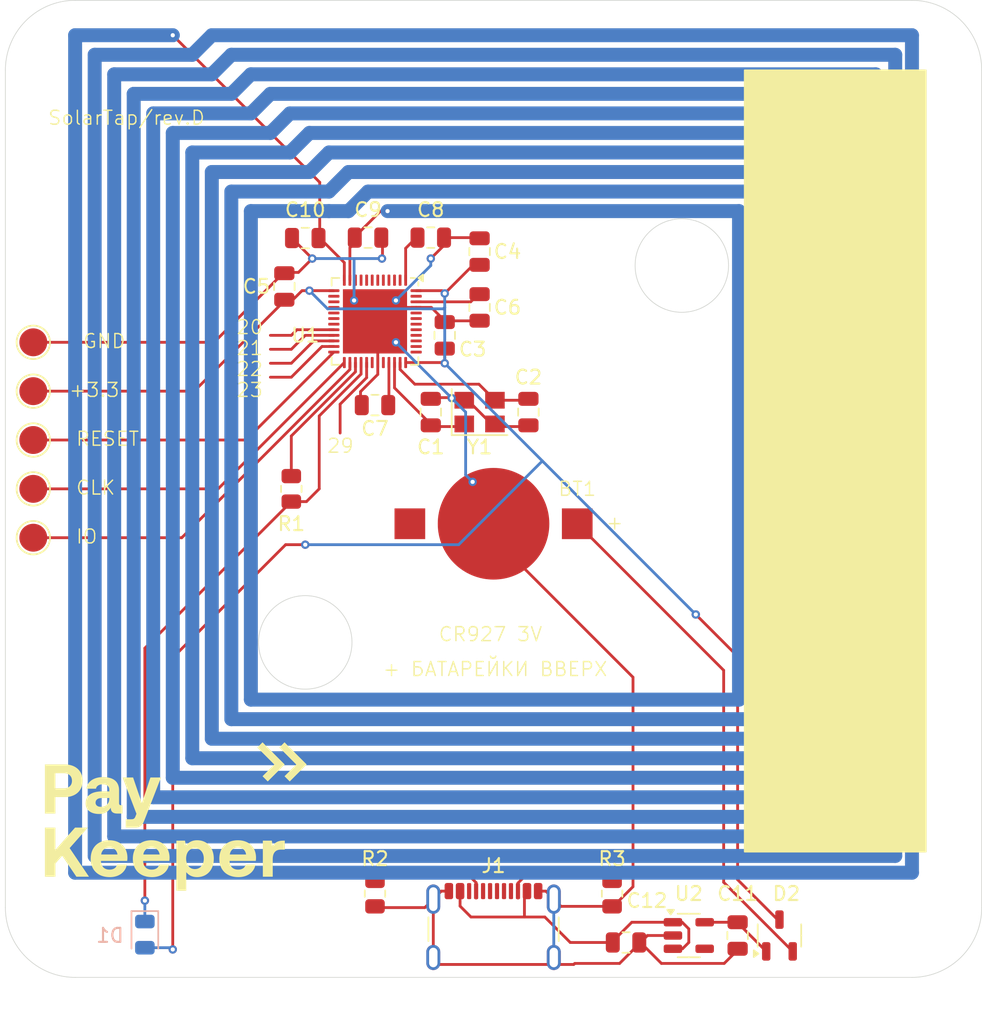
<source format=kicad_pcb>
(kicad_pcb (version 20240108) (generator "pcbnew") (generator_version "8.0")
  (layers (0 "F.Cu" signal) (31 "B.Cu" signal) (34 "B.Paste" user) (35 "F.Paste" user) (36 "B.SilkS" user "B.Silkscreen") (37 "F.SilkS" user "F.Silkscreen") (38 "B.Mask" user) (39 "F.Mask" user) (44 "Edge.Cuts" user))
  (net 0 "")
  (net 2 "+3.3V")
  (net 3 "GND")
  (net 4 "Net-(U1-DEC1)")
  (net 5 "Net-(U1-DEC3)")
  (net 6 "Net-(U1-DEC4)")
  (net 7 "Net-(U1-XC1)")
  (net 8 "Net-(U1-XC2)")
  (net 10 "Net-(U1-NFC1{slash}P0.09)")
  (net 11 "Net-(D1-K)")
  (net 12 "Net-(U1-P0.22)")
  (net 14 "Net-(J1-CC1)")
  (net 18 "Net-(J1-CC2)")
  (net 21 "Net-(U1-P0.21{slash}~{RESET})")
  (net 22 "Net-(U1-SWDCLK)")
  (net 23 "Net-(U1-SWDIO)")
  (net 24 "unconnected-(U1-P0.19-Pad22)")
  (net 25 "unconnected-(U1-P0.18{slash}SWO-Pad21)")
  (net 33 "unconnected-(U1-P0.24-Pad29)")
  (net 35 "unconnected-(U1-P0.17-Pad20)")
  (net 51 "unconnected-(U1-P0.20-Pad23)")
  (net 53 "Net-(U2-EN)")
  (net 55 "Net-(BT1-+)")
  (net 56 "Net-(U2-OUT)")
  (footprint "TestPoint:TestPoint_Pad_D2.0mm" (layer "F.Cu") (at 62 78.5)
    (property "Reference" "TP1" (hide yes))
    (property "Value" "IO")
  )
  (footprint "Capacitor_SMD:C_0805_2012Metric" (layer "F.Cu") (at 80 60.5 90)
    (property "Reference" "C5")
    (property "Value" "100n")
  )
  (footprint "Capacitor_SMD:C_0805_2012Metric" (layer "F.Cu") (at 94 58 90)
    (property "Reference" "C4")
    (property "Value" "4.7u")
  )
  (footprint "Capacitor_SMD:C_0805_2012Metric" (layer "F.Cu") (at 91.5 64 90)
    (property "Reference" "C3")
    (property "Value" "100n")
  )
  (footprint "TestPoint:TestPoint_Pad_D2.0mm" (layer "F.Cu") (at 62 75)
    (property "Reference" "TP2" (hide yes))
    (property "Value" "CLK")
  )
  (footprint "Capacitor_SMD:C_0805_2012Metric" (layer "F.Cu") (at 104.5 107.5)
    (property "Reference" "C12")
    (property "Value" "100n")
  )
  (footprint "TestPoint:TestPoint_Pad_D2.0mm" (layer "F.Cu") (at 62 71.5)
    (property "Reference" "TP3" (hide yes))
    (property "Value" "RESET")
  )
  (footprint "Battery:CR927" (layer "F.Cu") (at 95 77.5)
    (property "Reference" "BT1")
    (property "Value" "CR927")
  )
  (footprint "Resistor_SMD:R_0805_2012Metric" (layer "F.Cu") (at 80.5 75 -90)
    (property "Reference" "R1")
    (property "Value" "75")
  )
  (footprint "Capacitor_SMD:C_0805_2012Metric" (layer "F.Cu") (at 81.5 57.03 180)
    (property "Reference" "C10")
    (property "Value" "TBD")
  )
  (footprint "Capacitor_SMD:C_0805_2012Metric" (layer "F.Cu") (at 90.5 57)
    (property "Reference" "C8")
    (property "Value" "100n")
  )
  (footprint "Capacitor_SMD:C_0805_2012Metric" (layer "F.Cu") (at 112.5 107 -90)
    (property "Reference" "C11")
    (property "Value" "100n")
  )
  (footprint "Connector_USB:USB_C_Receptacle_GCT_USB4105-xx-A_16P_TopMnt_Horizontal" (layer "F.Cu") (at 95 107.5)
    (property "Reference" "J1")
    (property "Value" "USB_C_Receptacle_USB2.0_16P")
  )
  (footprint "Package_DFN_QFN:QFN-48-1EP_6x6mm_P0.4mm_EP4.6x4.6mm" (layer "F.Cu") (at 86.5 63 -90)
    (property "Reference" "U1")
    (property "Value" "nRF52832-QFxx")
  )
  (footprint "TestPoint:TestPoint_Pad_D2.0mm" (layer "F.Cu") (at 62 64.5)
    (property "Reference" "TP4" (hide yes))
    (property "Value" "GND")
  )
  (footprint "Capacitor_SMD:C_0805_2012Metric" (layer "F.Cu") (at 94 62 -90)
    (property "Reference" "C6")
    (property "Value" "1u")
  )
  (footprint "Capacitor_SMD:C_0805_2012Metric" (layer "F.Cu") (at 97.5 69.5 -90)
    (property "Reference" "C2")
    (property "Value" "16p")
  )
  (footprint "Capacitor_SMD:C_0805_2012Metric" (layer "F.Cu") (at 86.5 69 180)
    (property "Reference" "C7")
    (property "Value" "100p")
  )
  (footprint "TestPoint:TestPoint_Pad_D2.0mm" (layer "F.Cu") (at 62 68)
    (property "Reference" "TP5" (hide yes))
    (property "Value" "+3.3")
  )
  (footprint "Crystal:Crystal_SMD_3225-4Pin_3.2x2.5mm" (layer "F.Cu") (at 94 69.5)
    (property "Reference" "Y1")
    (property "Value" "32Mhz")
  )
  (footprint "Resistor_SMD:R_0805_2012Metric" (layer "F.Cu") (at 86.5 104 90)
    (property "Reference" "R2")
    (property "Value" "5.1k")
  )
  (footprint "Capacitor_SMD:C_0805_2012Metric" (layer "F.Cu") (at 86 57 180)
    (property "Reference" "C9")
    (property "Value" "TBD")
  )
  (footprint "Package_TO_SOT_SMD:SOT-23-5" (layer "F.Cu") (at 109 107)
    (property "Reference" "U2")
    (property "Value" "RS3002-3.3SYF5")
  )
  (footprint "Package_TO_SOT_SMD:SOT-23-3" (layer "F.Cu") (at 115.5 107 90)
    (property "Reference" "D2")
    (property "Value" "LBAT54CLT1G")
  )
  (footprint "Resistor_SMD:R_0805_2012Metric" (layer "F.Cu") (at 103.5 104 -90)
    (property "Reference" "R3")
    (property "Value" "5.1k")
  )
  (footprint "Capacitor_SMD:C_0805_2012Metric" (layer "F.Cu") (at 90.5 69.5 90)
    (property "Reference" "C1")
    (property "Value" "16p")
  )
  (footprint "LED_SMD:LED_0805_2012Metric" (layer "B.Cu") (at 70 106.9375 -90)
    (property "Reference" "D1")
    (property "Value" "ACTIVE")
  )
  (gr_poly (pts (xy 70.535888 100.175282) (xy 70.606201 100.17948) (xy 70.674946 100.18643) (xy 70.742075 100.196094) (xy 70.807539 100.208435) (xy 70.871291 100.223415) (xy 70.933284 100.240997) (xy 70.993468 100.261142) (xy 71.051797 100.283812) (xy 71.108222 100.308971) (xy 71.162696 100.33658) (xy 71.21517 100.366602) (xy 71.265597 100.398999) (xy 71.31393 100.433733) (xy 71.360119 100.470766) (xy 71.404117 100.51006) (xy 71.445877 100.551579) (xy 71.485351 100.595284) (xy 71.52249 100.641137) (xy 71.557247 100.689101) (xy 71.589574 100.739138) (xy 71.619423 100.79121) (xy 71.646746 100.845279) (xy 71.671495 100.901309) (xy 71.693623 100.95926) (xy 71.713082 101.019095) (xy 71.729823 101.080777) (xy 71.743799 101.144268) (xy 71.754962 101.209529) (xy 71.763264 101.276524) (xy 71.768657 101.345215) (xy 71.771094 101.415563) (xy 71.770849 101.444282) (xy 71.770073 101.473767) (xy 71.768709 101.503842) (xy 71.766696 101.534328) (xy 71.763976 101.56505) (xy 71.760491 101.595831) (xy 71.75618 101.626494) (xy 71.750986 101.656863) (xy 69.875884 101.656863) (xy 69.875884 101.692054) (xy 69.877943 101.726029) (xy 69.881279 101.759135) (xy 69.885875 101.79136) (xy 69.891712 101.822689) (xy 69.898771 101.853109) (xy 69.907034 101.882606) (xy 69.916482 101.911165) (xy 69.927098 101.938774) (xy 69.938862 101.965417) (xy 69.951757 101.991083) (xy 69.965764 102.015756) (xy 69.980864 102.039423) (xy 69.99704 102.06207) (xy 70.014272 102.083683) (xy 70.032542 102.104249) (xy 70.051832 102.123754) (xy 70.072124 102.142183) (xy 70.093399 102.159524) (xy 70.115639 102.175762) (xy 70.138825 102.190883) (xy 70.162938 102.204874) (xy 70.187962 102.21772) (xy 70.213876 102.229409) (xy 70.240662 102.239926) (xy 70.268303 102.249257) (xy 70.29678 102.257389) (xy 70.326074 102.264308) (xy 70.356168 102.27) (xy 70.387041 102.274451) (xy 70.418677 102.277647) (xy 70.451057 102.279575) (xy 70.484162 102.280221) (xy 70.536874 102.278751) (xy 70.587502 102.274349) (xy 70.635965 102.267032) (xy 70.682182 102.256814) (xy 70.726072 102.243708) (xy 70.767554 102.227731) (xy 70.806547 102.208897) (xy 70.84297 102.18722) (xy 70.876742 102.162716) (xy 70.892608 102.149408) (xy 70.907782 102.135398) (xy 70.922252 102.120689) (xy 70.936009 102.105282) (xy 70.949042 102.08918) (xy 70.961342 102.072383) (xy 70.972898 102.054894) (xy 70.9837 102.036715) (xy 70.993738 102.017847) (xy 71.003002 101.998292) (xy 71.011482 101.978053) (xy 71.019167 101.95713) (xy 71.032114 101.913244) (xy 71.730878 101.913244) (xy 71.722266 101.960069) (xy 71.711527 102.00625) (xy 71.698684 102.051731) (xy 71.683759 102.096458) (xy 71.666776 102.140374) (xy 71.647758 102.183425) (xy 71.626728 102.225556) (xy 71.603708 102.266711) (xy 71.578723 102.306835) (xy 71.551794 102.345873) (xy 71.522945 102.38377) (xy 71.492199 102.420469) (xy 71.459579 102.455917) (xy 71.425108 102.490058) (xy 71.388809 102.522837) (xy 71.350705 102.554198) (xy 71.310818 102.584086) (xy 71.269173 102.612447) (xy 71.225791 102.639224) (xy 71.180697 102.664362) (xy 71.133912 102.687807) (xy 71.085461 102.709503) (xy 71.035366 102.729395) (xy 70.983649 102.747427) (xy 70.930335 102.763545) (xy 70.875445 102.777693) (xy 70.819004 102.789816) (xy 70.761034 102.799858) (xy 70.701558 102.807765) (xy 70.640599 102.813481) (xy 70.57818 102.816952) (xy 70.514324 102.818121) (xy 70.43474 102.816611) (xy 70.357192 102.81211) (xy 70.281711 102.804663) (xy 70.20833 102.794311) (xy 70.13708 102.781098) (xy 70.067995 102.765067) (xy 70.001106 102.746263) (xy 69.936445 102.724727) (xy 69.874045 102.700503) (xy 69.813938 102.673635) (xy 69.756156 102.644165) (xy 69.700732 102.612138) (xy 69.647697 102.577595) (xy 69.597084 102.540581) (xy 69.548925 102.501139) (xy 69.503252 102.459312) (xy 69.460098 102.415143) (xy 69.419494 102.368676) (xy 69.381473 102.319954) (xy 69.346067 102.269019) (xy 69.313309 102.215916) (xy 69.28323 102.160688) (xy 69.255863 102.103377) (xy 69.23124 102.044027) (xy 69.209393 101.982682) (xy 69.190354 101.919385) (xy 69.174156 101.854178) (xy 69.160831 101.787106) (xy 69.150411 101.718211) (xy 69.142928 101.647537) (xy 69.138415 101.575126) (xy 69.136903 101.501023) (xy 69.138442 101.426449) (xy 69.143026 101.353569) (xy 69.15061 101.282426) (xy 69.161145 101.213066) (xy 69.164865 101.194372) (xy 69.890966 101.194372) (xy 71.05725 101.194372) (xy 71.052053 101.165094) (xy 71.045895 101.136647) (xy 71.038787 101.109038) (xy 71.03074 101.082274) (xy 71.021765 101.056359) (xy 71.011873 101.031302) (xy 71.001076 101.007108) (xy 70.989384 100.983784) (xy 70.976808 100.961336) (xy 70.96336 100.939771) (xy 70.94905 100.919095) (xy 70.93389 100.899315) (xy 70.91789 100.880437) (xy 70.901061 100.862467) (xy 70.883416 100.845413) (xy 70.864964 100.82928) (xy 70.845716 100.814074) (xy 70.825685 100.799803) (xy 70.80488 100.786473) (xy 70.783313 100.77409) (xy 70.760995 100.76266) (xy 70.737936 100.752191) (xy 70.714149 100.742688) (xy 70.689644 100.734158) (xy 70.664432 100.726607) (xy 70.638524 100.720042) (xy 70.611931 100.71447) (xy 70.584664 100.709896) (xy 70.556735 100.706328) (xy 70.528153 100.703771) (xy 70.498932 100.702232) (xy 70.46908 100.701717) (xy 70.440556 100.70226) (xy 70.412495 100.703881) (xy 70.384918 100.706568) (xy 70.357846 100.710309) (xy 70.331301 100.715091) (xy 70.305303 100.720904) (xy 70.279875 100.727735) (xy 70.255036 100.735572) (xy 70.230809 100.744403) (xy 70.207214 100.754216) (xy 70.184272 100.764999) (xy 70.162005 100.776741) (xy 70.140435 100.789428) (xy 70.119581 100.803051) (xy 70.099465 100.817595) (xy 70.080109 100.83305) (xy 70.061534 100.849403) (xy 70.04376 100.866643) (xy 70.026809 100.884757) (xy 70.010702 100.903733) (xy 69.995461 100.923561) (xy 69.981105 100.944226) (xy 69.967658 100.965719) (xy 69.955139 100.988025) (xy 69.94357 101.011135) (xy 69.932973 101.035035) (xy 69.923367 101.059714) (xy 69.914775 101.08516) (xy 69.907218 101.111361) (xy 69.900717 101.138304) (xy 69.895292 101.165979) (xy 69.890966 101.194372) (xy 69.164865 101.194372) (xy 69.174586 101.145532) (xy 69.190884 101.079868) (xy 69.209994 101.016119) (xy 69.231868 100.954329) (xy 69.256459 100.894541) (xy 69.283721 100.836801) (xy 69.313606 100.781152) (xy 69.346067 100.727639) (xy 69.381058 100.676305) (xy 69.418531 100.627196) (xy 69.458441 100.580354) (xy 69.500738 100.535824) (xy 69.545378 100.493652) (xy 69.592312 100.453879) (xy 69.641494 100.416552) (xy 69.692877 100.381713) (xy 69.746414 100.349408) (xy 69.802058 100.31968) (xy 69.859762 100.292573) (xy 69.919479 100.268133) (xy 69.981162 100.246402) (xy 70.044764 100.227425) (xy 70.110239 100.211246) (xy 70.177539 100.19791) (xy 70.246618 100.187461) (xy 70.317428 100.179943) (xy 70.389922 100.175399) (xy 70.464054 100.173875)) (stroke (width -0.000001)) (fill solid) (layer "F.SilkS"))
  (gr_poly (pts (xy 67.514346 100.175282) (xy 67.584659 100.17948) (xy 67.653404 100.18643) (xy 67.720533 100.196094) (xy 67.785997 100.208435) (xy 67.84975 100.223415) (xy 67.911742 100.240997) (xy 67.971926 100.261142) (xy 68.030255 100.283812) (xy 68.08668 100.308971) (xy 68.141154 100.33658) (xy 68.193629 100.366602) (xy 68.244056 100.398999) (xy 68.292388 100.433733) (xy 68.338578 100.470766) (xy 68.382576 100.51006) (xy 68.424336 100.551579) (xy 68.46381 100.595284) (xy 68.500949 100.641137) (xy 68.535706 100.689101) (xy 68.568033 100.739138) (xy 68.597882 100.79121) (xy 68.625205 100.845279) (xy 68.649954 100.901309) (xy 68.672082 100.95926) (xy 68.69154 101.019095) (xy 68.708282 101.080777) (xy 68.722258 101.144268) (xy 68.733421 101.209529) (xy 68.741723 101.276524) (xy 68.747117 101.345215) (xy 68.749553 101.415563) (xy 68.749308 101.444282) (xy 68.748532 101.473767) (xy 68.747167 101.503842) (xy 68.745154 101.534328) (xy 68.742435 101.56505) (xy 68.738949 101.595831) (xy 68.734639 101.626494) (xy 68.729445 101.656863) (xy 66.854342 101.656863) (xy 66.854342 101.692054) (xy 66.856401 101.726029) (xy 66.859738 101.759135) (xy 66.864333 101.79136) (xy 66.87017 101.822689) (xy 66.877229 101.853109) (xy 66.885492 101.882606) (xy 66.89494 101.911165) (xy 66.905556 101.938774) (xy 66.91732 101.965417) (xy 66.930215 101.991083) (xy 66.944222 102.015756) (xy 66.959322 102.039423) (xy 66.975498 102.06207) (xy 66.99273 102.083683) (xy 67.011 102.104249) (xy 67.030291 102.123754) (xy 67.050582 102.142183) (xy 67.071857 102.159524) (xy 67.094097 102.175762) (xy 67.117283 102.190883) (xy 67.141396 102.204874) (xy 67.16642 102.21772) (xy 67.192334 102.229409) (xy 67.219121 102.239926) (xy 67.246762 102.249257) (xy 67.275238 102.257389) (xy 67.304533 102.264308) (xy 67.334626 102.27) (xy 67.3655 102.274451) (xy 67.397136 102.277647) (xy 67.429515 102.279575) (xy 67.46262 102.280221) (xy 67.515332 102.278751) (xy 67.56596 102.274349) (xy 67.614423 102.267032) (xy 67.66064 102.256814) (xy 67.70453 102.243708) (xy 67.746012 102.227731) (xy 67.785005 102.208897) (xy 67.821428 102.18722) (xy 67.8552 102.162716) (xy 67.871067 102.149408) (xy 67.88624 102.135398) (xy 67.90071 102.120689) (xy 67.914467 102.105282) (xy 67.9275 102.08918) (xy 67.9398 102.072383) (xy 67.951356 102.054894) (xy 67.962158 102.036715) (xy 67.972196 102.017847) (xy 67.98146 101.998292) (xy 67.98994 101.978053) (xy 67.997625 101.95713) (xy 68.010572 101.913244) (xy 68.709337 101.913244) (xy 68.700725 101.960069) (xy 68.689985 102.00625) (xy 68.677142 102.051731) (xy 68.662217 102.096458) (xy 68.645235 102.140374) (xy 68.626216 102.183425) (xy 68.605186 102.225556) (xy 68.582167 102.266711) (xy 68.557181 102.306835) (xy 68.530253 102.345873) (xy 68.501404 102.38377) (xy 68.470658 102.420469) (xy 68.438038 102.455917) (xy 68.403567 102.490058) (xy 68.367267 102.522837) (xy 68.329163 102.554198) (xy 68.289277 102.584086) (xy 68.247631 102.612447) (xy 68.20425 102.639224) (xy 68.159155 102.664362) (xy 68.112371 102.687807) (xy 68.063919 102.709503) (xy 68.013824 102.729395) (xy 67.962107 102.747427) (xy 67.908793 102.763545) (xy 67.853904 102.777693) (xy 67.797462 102.789816) (xy 67.739492 102.799858) (xy 67.680016 102.807765) (xy 67.619057 102.813481) (xy 67.556638 102.816952) (xy 67.492782 102.818121) (xy 67.413199 102.816611) (xy 67.33565 102.81211) (xy 67.26017 102.804663) (xy 67.186788 102.794311) (xy 67.115539 102.781098) (xy 67.046453 102.765067) (xy 66.979564 102.746263) (xy 66.914904 102.724727) (xy 66.852504 102.700503) (xy 66.792397 102.673635) (xy 66.734615 102.644165) (xy 66.67919 102.612138) (xy 66.626156 102.577595) (xy 66.575542 102.540581) (xy 66.527383 102.501139) (xy 66.48171 102.459312) (xy 66.438556 102.415143) (xy 66.397952 102.368676) (xy 66.359931 102.319954) (xy 66.324526 102.269019) (xy 66.291767 102.215916) (xy 66.261688 102.160688) (xy 66.234321 102.103377) (xy 66.209698 102.044027) (xy 66.187851 101.982682) (xy 66.168812 101.919385) (xy 66.152614 101.854178) (xy 66.139289 101.787106) (xy 66.128869 101.718211) (xy 66.121386 101.647537) (xy 66.116873 101.575126) (xy 66.115362 101.501023) (xy 66.1169 101.426449) (xy 66.121485 101.353569) (xy 66.129068 101.282426) (xy 66.139603 101.213066) (xy 66.143324 101.194372) (xy 66.869424 101.194372) (xy 68.035708 101.194372) (xy 68.03051 101.165094) (xy 68.024352 101.136647) (xy 68.017244 101.109038) (xy 68.009197 101.082274) (xy 68.000223 101.056359) (xy 67.990331 101.031302) (xy 67.979534 101.007108) (xy 67.967842 100.983784) (xy 67.955266 100.961336) (xy 67.941818 100.939771) (xy 67.927508 100.919095) (xy 67.912347 100.899315) (xy 67.896347 100.880437) (xy 67.879519 100.862467) (xy 67.861873 100.845413) (xy 67.843421 100.82928) (xy 67.824174 100.814074) (xy 67.804142 100.799803) (xy 67.783338 100.786473) (xy 67.761771 100.77409) (xy 67.739452 100.76266) (xy 67.716394 100.752191) (xy 67.692607 100.742688) (xy 67.668102 100.734158) (xy 67.64289 100.726607) (xy 67.616982 100.720042) (xy 67.590389 100.71447) (xy 67.563122 100.709896) (xy 67.535193 100.706328) (xy 67.506612 100.703771) (xy 67.47739 100.702232) (xy 67.447538 100.701717) (xy 67.419014 100.70226) (xy 67.390953 100.703881) (xy 67.363376 100.706568) (xy 67.336305 100.710309) (xy 67.30976 100.715091) (xy 67.283762 100.720904) (xy 67.258334 100.727735) (xy 67.233495 100.735572) (xy 67.209268 100.744403) (xy 67.185673 100.754216) (xy 67.162731 100.764999) (xy 67.140465 100.776741) (xy 67.118894 100.789428) (xy 67.09804 100.803051) (xy 67.077925 100.817595) (xy 67.058568 100.83305) (xy 67.039993 100.849403) (xy 67.022219 100.866643) (xy 67.005268 100.884757) (xy 66.989161 100.903733) (xy 66.97392 100.923561) (xy 66.959564 100.944226) (xy 66.946117 100.965719) (xy 66.933598 100.988025) (xy 66.922029 101.011135) (xy 66.911432 101.035035) (xy 66.901826 101.059714) (xy 66.893234 101.08516) (xy 66.885677 101.111361) (xy 66.879175 101.138304) (xy 66.873751 101.165979) (xy 66.869424 101.194372) (xy 66.143324 101.194372) (xy 66.153044 101.145532) (xy 66.169343 101.079868) (xy 66.188452 101.016119) (xy 66.210326 100.954329) (xy 66.234918 100.894541) (xy 66.262179 100.836801) (xy 66.292064 100.781152) (xy 66.324526 100.727639) (xy 66.359517 100.676305) (xy 66.39699 100.627196) (xy 66.436899 100.580354) (xy 66.479197 100.535824) (xy 66.523836 100.493652) (xy 66.570771 100.453879) (xy 66.619953 100.416552) (xy 66.671336 100.381713) (xy 66.724872 100.349408) (xy 66.780516 100.31968) (xy 66.83822 100.292573) (xy 66.897937 100.268133) (xy 66.95962 100.246402) (xy 67.023223 100.227425) (xy 67.088697 100.211246) (xy 67.155997 100.19791) (xy 67.225076 100.187461) (xy 67.295885 100.179943) (xy 67.36838 100.175399) (xy 67.442511 100.173875)) (stroke (width -0.000001)) (fill solid) (layer "F.SilkS"))
  (gr_poly (pts (xy 80.0262 94.747376) (xy 78.810122 95.963454) (xy 78.435949 95.58928) (xy 79.277852 94.747376) (xy 78.061774 93.531298) (xy 78.435949 93.157124)) (stroke (width -0.000001)) (fill solid) (layer "F.SilkS"))
  (gr_poly (pts (xy 81.602297 94.747376) (xy 80.386219 95.963454) (xy 80.012044 95.58928) (xy 80.853924 94.747376) (xy 79.63787 93.531298) (xy 80.012044 93.157124)) (stroke (width -0.000001)) (fill solid) (layer "F.SilkS"))
  (gr_poly (pts (xy 63.586422 100.862583) (xy 64.994005 99.269) (xy 65.908934 99.269) (xy 64.60692 100.736907) (xy 65.994394 102.787957) (xy 65.089519 102.787957) (xy 64.074048 101.289886) (xy 63.586422 101.842866) (xy 63.586422 102.787957) (xy 62.832359 102.787957) (xy 62.832359 99.269) (xy 63.586422 99.269)) (stroke (width -0.000001)) (fill solid) (layer "F.SilkS"))
  (gr_poly (pts (xy 69.784339 97.519575) (xy 70.397643 95.679662) (xy 71.156731 95.679662) (xy 70.010558 98.63056) (xy 69.980675 98.708147) (xy 69.951058 98.780675) (xy 69.921263 98.848152) (xy 69.89085 98.910584) (xy 69.859377 98.96798) (xy 69.826401 99.020345) (xy 69.791482 99.067689) (xy 69.773155 99.08948) (xy 69.754176 99.110018) (xy 69.734491 99.129304) (xy 69.714043 99.147339) (xy 69.692778 99.164125) (xy 69.67064 99.179661) (xy 69.647575 99.193949) (xy 69.623526 99.206989) (xy 69.598439 99.218784) (xy 69.572259 99.229333) (xy 69.544929 99.238637) (xy 69.516396 99.246698) (xy 69.486604 99.253516) (xy 69.455497 99.259093) (xy 69.42302 99.263428) (xy 69.389118 99.266524) (xy 69.353737 99.268381) (xy 69.316819 99.269) (xy 68.628109 99.269) (xy 68.628109 98.670776) (xy 69.020222 98.670776) (xy 69.052773 98.670225) (xy 69.082687 98.668488) (xy 69.110157 98.665441) (xy 69.135374 98.660957) (xy 69.147197 98.658138) (xy 69.158528 98.654913) (xy 69.169392 98.651266) (xy 69.179812 98.647182) (xy 69.189813 98.642645) (xy 69.199417 98.63764) (xy 69.20865 98.63215) (xy 69.217535 98.626161) (xy 69.226096 98.619656) (xy 69.234356 98.61262) (xy 69.242341 98.605037) (xy 69.250073 98.596892) (xy 69.257578 98.588168) (xy 69.264877 98.578852) (xy 69.271997 98.568925) (xy 69.27896 98.558374) (xy 69.292512 98.535334) (xy 69.305725 98.509606) (xy 69.318791 98.481065) (xy 69.331901 98.449586) (xy 69.397253 98.278663) (xy 68.401891 95.679662) (xy 69.155954 95.679662)) (stroke (width -0.000001)) (fill solid) (layer "F.SilkS"))
  (gr_poly (pts (xy 73.806927 100.174928) (xy 73.870648 100.179004) (xy 73.933107 100.18606) (xy 73.99425 100.196055) (xy 74.054019 100.208947) (xy 74.112358 100.224696) (xy 74.169212 100.24326) (xy 74.224524 100.264598) (xy 74.278238 100.288667) (xy 74.330298 100.315427) (xy 74.380647 100.344836) (xy 74.42923 100.376853) (xy 74.475991 100.411436) (xy 74.520873 100.448544) (xy 74.56382 100.488135) (xy 74.604776 100.530169) (xy 74.643685 100.574603) (xy 74.68049 100.621396) (xy 74.715136 100.670507) (xy 74.747567 100.721895) (xy 74.777725 100.775517) (xy 74.805556 100.831333) (xy 74.831003 100.889301) (xy 74.854009 100.94938) (xy 74.87452 101.011528) (xy 74.892477 101.075704) (xy 74.907826 101.141866) (xy 74.92051 101.209973) (xy 74.930473 101.279984) (xy 74.93766 101.351857) (xy 74.942012 101.42555) (xy 74.943476 101.501023) (xy 74.942013 101.575568) (xy 74.937661 101.648365) (xy 74.930478 101.719372) (xy 74.92052 101.788549) (xy 74.907845 101.855856) (xy 74.89251 101.921251) (xy 74.874572 101.984696) (xy 74.854088 102.046148) (xy 74.831115 102.105568) (xy 74.80571 102.162915) (xy 74.77793 102.218148) (xy 74.747832 102.271228) (xy 74.715473 102.322113) (xy 74.680911 102.370763) (xy 74.644202 102.417138) (xy 74.605404 102.461197) (xy 74.564574 102.502899) (xy 74.521767 102.542205) (xy 74.477043 102.579073) (xy 74.430458 102.613463) (xy 74.382068 102.645335) (xy 74.331931 102.674647) (xy 74.280104 102.70136) (xy 74.226644 102.725434) (xy 74.171609 102.746826) (xy 74.115054 102.765498) (xy 74.057038 102.781408) (xy 73.997617 102.794517) (xy 73.936848 102.804783) (xy 73.874789 102.812166) (xy 73.811497 102.816625) (xy 73.747028 102.818121) (xy 73.681281 102.816432) (xy 73.617876 102.811444) (xy 73.556797 102.803275) (xy 73.498031 102.792042) (xy 73.441563 102.777864) (xy 73.387377 102.760859) (xy 73.335459 102.741143) (xy 73.285795 102.718835) (xy 73.238369 102.694053) (xy 73.193167 102.666915) (xy 73.150174 102.637538) (xy 73.109376 102.60604) (xy 73.070757 102.572539) (xy 73.034303 102.537153) (xy 73 102.5) (xy 72.967832 102.461198) (xy 72.967832 103.793374) (xy 72.259012 103.793374) (xy 72.259012 101.490969) (xy 72.957778 101.490969) (xy 72.960582 101.572284) (xy 72.968902 101.650167) (xy 72.982598 101.724368) (xy 72.991418 101.76001) (xy 73.001529 101.794637) (xy 73.012914 101.828218) (xy 73.025556 101.860723) (xy 73.039437 101.892119) (xy 73.054539 101.922376) (xy 73.070846 101.951462) (xy 73.088338 101.979345) (xy 73.107 102.005996) (xy 73.126813 102.031381) (xy 73.147761 102.055471) (xy 73.169825 102.078233) (xy 73.192988 102.099636) (xy 73.217232 102.11965) (xy 73.242541 102.138242) (xy 73.268896 102.155382) (xy 73.29628 102.171037) (xy 73.324676 102.185178) (xy 73.354067 102.197773) (xy 73.384433 102.208789) (xy 73.415759 102.218197) (xy 73.448027 102.225964) (xy 73.481218 102.23206) (xy 73.515317 102.236453) (xy 73.550304 102.239112) (xy 73.586164 102.240005) (xy 73.622052 102.239112) (xy 73.657123 102.236453) (xy 73.691357 102.23206) (xy 73.724732 102.225964) (xy 73.757228 102.218197) (xy 73.788822 102.208789) (xy 73.819493 102.197773) (xy 73.849221 102.185178) (xy 73.877985 102.171037) (xy 73.905762 102.155382) (xy 73.932533 102.138242) (xy 73.958275 102.11965) (xy 73.982968 102.099636) (xy 74.006591 102.078233) (xy 74.029122 102.055471) (xy 74.05054 102.031381) (xy 74.070824 102.005996) (xy 74.089953 101.979345) (xy 74.107905 101.951462) (xy 74.12466 101.922376) (xy 74.140196 101.892119) (xy 74.154492 101.860723) (xy 74.167527 101.828218) (xy 74.17928 101.794637) (xy 74.18973 101.76001) (xy 74.198854 101.724368) (xy 74.206634 101.687743) (xy 74.213046 101.650167) (xy 74.21807 101.61167) (xy 74.221685 101.572284) (xy 74.223869 101.53204) (xy 74.224602 101.490969) (xy 74.223869 101.45037) (xy 74.221685 101.410596) (xy 74.21807 101.371679) (xy 74.213046 101.333647) (xy 74.206634 101.296533) (xy 74.198854 101.260366) (xy 74.18973 101.225176) (xy 74.17928 101.190994) (xy 74.167527 101.157851) (xy 74.154492 101.125776) (xy 74.140196 101.0948) (xy 74.12466 101.064954) (xy 74.107905 101.036267) (xy 74.089953 101.008771) (xy 74.070824 100.982495) (xy 74.05054 100.95747) (xy 74.029122 100.933727) (xy 74.006591 100.911295) (xy 73.982968 100.890205) (xy 73.958275 100.870488) (xy 73.932533 100.852173) (xy 73.905762 100.835292) (xy 73.877985 100.819874) (xy 73.849221 100.80595) (xy 73.819493 100.793551) (xy 73.788822 100.782706) (xy 73.757228 100.773446) (xy 73.724732 100.765802) (xy 73.691357 100.759804) (xy 73.657123 100.755482) (xy 73.622052 100.752866) (xy 73.586164 100.751988) (xy 73.550304 100.752866) (xy 73.515317 100.755482) (xy 73.481218 100.759804) (xy 73.448027 100.765802) (xy 73.415759 100.773446) (xy 73.384433 100.782706) (xy 73.354067 100.793551) (xy 73.324676 100.80595) (xy 73.29628 100.819874) (xy 73.268896 100.835292) (xy 73.242541 100.852173) (xy 73.217232 100.870488) (xy 73.192988 100.890205) (xy 73.169825 100.911295) (xy 73.147761 100.933727) (xy 73.126813 100.95747) (xy 73.107 100.982495) (xy 73.088338 101.008771) (xy 73.070846 101.036267) (xy 73.054539 101.064954) (xy 73.039437 101.0948) (xy 73.025556 101.125776) (xy 73.012914 101.157851) (xy 73.001529 101.190994) (xy 72.991418 101.225176) (xy 72.982598 101.260366) (xy 72.975087 101.296533) (xy 72.968902 101.333647) (xy 72.964062 101.371679) (xy 72.960582 101.410596) (xy 72.958482 101.45037) (xy 72.957778 101.490969) (xy 72.259012 101.490969) (xy 72.259012 100.204037) (xy 72.877344 100.204037) (xy 72.947724 100.56096) (xy 72.97995 100.520161) (xy 73.01443 100.480821) (xy 73.051178 100.4431) (xy 73.090209 100.407162) (xy 73.131538 100.373168) (xy 73.175179 100.34128) (xy 73.221146 100.31166) (xy 73.269456 100.28447) (xy 73.294494 100.271837) (xy 73.320122 100.259872) (xy 73.346343 100.248596) (xy 73.373159 100.238028) (xy 73.400572 100.22819) (xy 73.428582 100.219101) (xy 73.457193 100.210781) (xy 73.486406 100.203252) (xy 73.516223 100.196532) (xy 73.546645 100.190642) (xy 73.577675 100.185603) (xy 73.609314 100.181435) (xy 73.641565 100.178158) (xy 73.674428 100.175792) (xy 73.707907 100.174357) (xy 73.742002 100.173875)) (stroke (width -0.000001)) (fill solid) (layer "F.SilkS"))
  (gr_poly (pts (xy 76.73608 100.175282) (xy 76.806394 100.17948) (xy 76.875139 100.18643) (xy 76.942267 100.196094) (xy 77.007731 100.208435) (xy 77.071484 100.223415) (xy 77.133476 100.240997) (xy 77.19366 100.261142) (xy 77.251989 100.283812) (xy 77.308414 100.308971) (xy 77.362888 100.33658) (xy 77.415363 100.366602) (xy 77.46579 100.398999) (xy 77.514122 100.433733) (xy 77.560312 100.470766) (xy 77.604311 100.51006) (xy 77.646071 100.551579) (xy 77.685544 100.595284) (xy 77.722683 100.641137) (xy 77.75744 100.689101) (xy 77.789767 100.739138) (xy 77.819616 100.79121) (xy 77.846939 100.845279) (xy 77.871689 100.901309) (xy 77.893817 100.95926) (xy 77.913275 101.019095) (xy 77.930016 101.080777) (xy 77.943993 101.144268) (xy 77.955156 101.209529) (xy 77.963458 101.276524) (xy 77.968851 101.345215) (xy 77.971288 101.415563) (xy 77.971043 101.444282) (xy 77.970267 101.473767) (xy 77.968902 101.503842) (xy 77.966889 101.534328) (xy 77.964169 101.56505) (xy 77.960684 101.595831) (xy 77.956374 101.626494) (xy 77.95118 101.656863) (xy 76.076078 101.656863) (xy 76.076078 101.692054) (xy 76.078137 101.726029) (xy 76.081473 101.759135) (xy 76.086069 101.79136) (xy 76.091905 101.822689) (xy 76.098964 101.853109) (xy 76.107227 101.882606) (xy 76.116676 101.911165) (xy 76.127291 101.938774) (xy 76.139056 101.965417) (xy 76.15195 101.991083) (xy 76.165957 102.015756) (xy 76.181057 102.039423) (xy 76.197233 102.06207) (xy 76.214465 102.083683) (xy 76.232735 102.104249) (xy 76.252026 102.123754) (xy 76.272317 102.142183) (xy 76.293592 102.159524) (xy 76.315832 102.175762) (xy 76.339017 102.190883) (xy 76.363131 102.204874) (xy 76.388154 102.21772) (xy 76.414068 102.229409) (xy 76.440855 102.239926) (xy 76.468496 102.249257) (xy 76.496973 102.257389) (xy 76.526267 102.264308) (xy 76.55636 102.27) (xy 76.587234 102.274451) (xy 76.61887 102.277647) (xy 76.651249 102.279575) (xy 76.684354 102.280221) (xy 76.737067 102.278751) (xy 76.787695 102.274349) (xy 76.83616 102.267032) (xy 76.882379 102.256814) (xy 76.926271 102.243708) (xy 76.967755 102.227731) (xy 77.00675 102.208897) (xy 77.043175 102.18722) (xy 77.07695 102.162716) (xy 77.092818 102.149408) (xy 77.107992 102.135398) (xy 77.122463 102.120689) (xy 77.136221 102.105282) (xy 77.149256 102.08918) (xy 77.161556 102.072383) (xy 77.173113 102.054894) (xy 77.183916 102.036715) (xy 77.193955 102.017847) (xy 77.203219 101.998292) (xy 77.211699 101.978053) (xy 77.219385 101.95713) (xy 77.232332 101.913244) (xy 77.93107 101.913244) (xy 77.922459 101.960069) (xy 77.91172 102.00625) (xy 77.898876 102.051731) (xy 77.883952 102.096458) (xy 77.866969 102.140374) (xy 77.847951 102.183425) (xy 77.826921 102.225556) (xy 77.803901 102.266711) (xy 77.778916 102.306835) (xy 77.751987 102.345873) (xy 77.723138 102.38377) (xy 77.692392 102.420469) (xy 77.659772 102.455917) (xy 77.625301 102.490058) (xy 77.589002 102.522837) (xy 77.550898 102.554198) (xy 77.511011 102.584086) (xy 77.469366 102.612447) (xy 77.425984 102.639224) (xy 77.38089 102.664362) (xy 77.334106 102.687807) (xy 77.285654 102.709503) (xy 77.235559 102.729395) (xy 77.183842 102.747427) (xy 77.130528 102.763545) (xy 77.075639 102.777693) (xy 77.019197 102.789816) (xy 76.961227 102.799858) (xy 76.901751 102.807765) (xy 76.840792 102.813481) (xy 76.778373 102.816952) (xy 76.714518 102.818121) (xy 76.634934 102.816611) (xy 76.557386 102.81211) (xy 76.481905 102.804663) (xy 76.408523 102.794311) (xy 76.337274 102.781098) (xy 76.268188 102.765067) (xy 76.201299 102.746263) (xy 76.136639 102.724727) (xy 76.074239 102.700503) (xy 76.014132 102.673635) (xy 75.95635 102.644165) (xy 75.900925 102.612138) (xy 75.84789 102.577595) (xy 75.797277 102.540581) (xy 75.749118 102.501139) (xy 75.703445 102.459312) (xy 75.660291 102.415143) (xy 75.619687 102.368676) (xy 75.581666 102.319954) (xy 75.54626 102.269019) (xy 75.513502 102.215916) (xy 75.483423 102.160688) (xy 75.456056 102.103377) (xy 75.431433 102.044027) (xy 75.409586 101.982682) (xy 75.390547 101.919385) (xy 75.374349 101.854178) (xy 75.361024 101.787106) (xy 75.350604 101.718211) (xy 75.343121 101.647537) (xy 75.338608 101.575126) (xy 75.337096 101.501023) (xy 75.338635 101.426449) (xy 75.343219 101.353569) (xy 75.350803 101.282426) (xy 75.361338 101.213066) (xy 75.365058 101.194372) (xy 76.09116 101.194372) (xy 77.257441 101.194372) (xy 77.252244 101.165094) (xy 77.246086 101.136647) (xy 77.238978 101.109038) (xy 77.230931 101.082274) (xy 77.221956 101.056359) (xy 77.212065 101.031302) (xy 77.201268 101.007108) (xy 77.189576 100.983784) (xy 77.177 100.961336) (xy 77.163552 100.939771) (xy 77.149242 100.919095) (xy 77.134082 100.899315) (xy 77.118082 100.880437) (xy 77.101253 100.862467) (xy 77.083608 100.845413) (xy 77.065156 100.82928) (xy 77.045908 100.814074) (xy 77.025877 100.799803) (xy 77.005072 100.786473) (xy 76.983505 100.77409) (xy 76.961187 100.76266) (xy 76.938129 100.752191) (xy 76.914341 100.742688) (xy 76.889836 100.734158) (xy 76.864624 100.726607) (xy 76.838716 100.720042) (xy 76.812123 100.71447) (xy 76.784856 100.709896) (xy 76.756927 100.706328) (xy 76.728346 100.703771) (xy 76.699124 100.702232) (xy 76.669272 100.701717) (xy 76.640748 100.70226) (xy 76.612687 100.703881) (xy 76.58511 100.706568) (xy 76.558039 100.710309) (xy 76.531493 100.715091) (xy 76.505496 100.720904) (xy 76.480067 100.727735) (xy 76.455229 100.735572) (xy 76.431002 100.744403) (xy 76.407407 100.754216) (xy 76.384465 100.764999) (xy 76.362198 100.776741) (xy 76.340628 100.789428) (xy 76.319774 100.803051) (xy 76.299658 100.817595) (xy 76.280302 100.83305) (xy 76.261727 100.849403) (xy 76.243953 100.866643) (xy 76.227002 100.884757) (xy 76.210895 100.903733) (xy 76.195654 100.923561) (xy 76.181299 100.944226) (xy 76.167851 100.965719) (xy 76.155332 100.988025) (xy 76.143764 101.011135) (xy 76.133166 101.035035) (xy 76.123561 101.059714) (xy 76.114969 101.08516) (xy 76.107412 101.111361) (xy 76.10091 101.138304) (xy 76.095486 101.165979) (xy 76.09116 101.194372) (xy 75.365058 101.194372) (xy 75.374778 101.145532) (xy 75.391077 101.079868) (xy 75.410187 101.016119) (xy 75.432061 100.954329) (xy 75.456652 100.894541) (xy 75.483914 100.836801) (xy 75.513798 100.781152) (xy 75.54626 100.727639) (xy 75.581251 100.676305) (xy 75.618724 100.627196) (xy 75.658633 100.580354) (xy 75.700931 100.535824) (xy 75.74557 100.493652) (xy 75.792505 100.453879) (xy 75.841687 100.416552) (xy 75.893069 100.381713) (xy 75.946606 100.349408) (xy 76.00225 100.31968) (xy 76.059954 100.292573) (xy 76.119671 100.268133) (xy 76.181354 100.246402) (xy 76.244957 100.227425) (xy 76.310431 100.211246) (xy 76.377732 100.19791) (xy 76.44681 100.187461) (xy 76.51762 100.179943) (xy 76.590114 100.175399) (xy 76.664246 100.173875)) (stroke (width -0.000001)) (fill solid) (layer "F.SilkS"))
  (gr_poly (pts (xy 67.140944 95.653264) (xy 67.265705 95.664532) (xy 67.382956 95.683267) (xy 67.492533 95.709432) (xy 67.544393 95.725289) (xy 67.594275 95.74299) (xy 67.642157 95.76253) (xy 67.68802 95.783905) (xy 67.731842 95.80711) (xy 67.773605 95.83214) (xy 67.813288 95.85899) (xy 67.85087 95.887657) (xy 67.886331 95.918136) (xy 67.919651 95.950421) (xy 67.95081 95.984508) (xy 67.979787 96.020394) (xy 68.006562 96.058072) (xy 68.031116 96.097539) (xy 68.053427 96.13879) (xy 68.073475 96.18182) (xy 68.091241 96.226625) (xy 68.106704 96.2732) (xy 68.119843 96.32154) (xy 68.130639 96.371642) (xy 68.139071 96.423499) (xy 68.145119 96.477109) (xy 68.148762 96.532465) (xy 68.149981 96.589564) (xy 68.149981 97.504493) (xy 68.150143 97.516896) (xy 68.150629 97.528668) (xy 68.151439 97.539822) (xy 68.152574 97.550375) (xy 68.154032 97.560343) (xy 68.155814 97.569741) (xy 68.15792 97.578585) (xy 68.16035 97.58689) (xy 68.163104 97.594673) (xy 68.166182 97.601948) (xy 68.169584 97.608732) (xy 68.17331 97.61504) (xy 68.17736 97.620888) (xy 68.181734 97.626291) (xy 68.186433 97.631265) (xy 68.191455 97.635826) (xy 68.196801 97.639989) (xy 68.202471 97.64377) (xy 68.208465 97.647185) (xy 68.214784 97.65025) (xy 68.221426 97.652979) (xy 68.228392 97.655388) (xy 68.235682 97.657494) (xy 68.243297 97.659312) (xy 68.259497 97.662146) (xy 68.276994 97.664015) (xy 68.295786 97.665045) (xy 68.315875 97.66536) (xy 68.396309 97.66536) (xy 68.396309 98.263583) (xy 68.034358 98.263583) (xy 68.000686 98.26307) (xy 67.968463 98.261547) (xy 67.937665 98.25903) (xy 67.908269 98.255541) (xy 67.880249 98.251099) (xy 67.853582 98.245721) (xy 67.828244 98.239429) (xy 67.804212 98.232242) (xy 67.781461 98.224178) (xy 67.759967 98.215257) (xy 67.739707 98.205498) (xy 67.720656 98.194921) (xy 67.702791 98.183546) (xy 67.686088 98.17139) (xy 67.670522 98.158474) (xy 67.65607 98.144817) (xy 67.642708 98.130439) (xy 67.630412 98.115358) (xy 67.619158 98.099594) (xy 67.608922 98.083167) (xy 67.59968 98.066095) (xy 67.591408 98.048398) (xy 67.584082 98.030095) (xy 67.577679 98.011206) (xy 67.572174 97.99175) (xy 67.567544 97.971747) (xy 67.560811 97.930174) (xy 67.557289 97.886642) (xy 67.556785 97.841306) (xy 67.521895 97.893609) (xy 67.485031 97.943017) (xy 67.446106 97.989465) (xy 67.425842 98.011558) (xy 67.40503 98.032886) (xy 67.383658 98.053441) (xy 67.361716 98.073214) (xy 67.339191 98.092198) (xy 67.316074 98.110384) (xy 67.292353 98.127763) (xy 67.268017 98.144328) (xy 67.243056 98.160069) (xy 67.217457 98.17498) (xy 67.19121 98.189051) (xy 67.164304 98.202274) (xy 67.136728 98.214641) (xy 67.108471 98.226144) (xy 67.079522 98.236774) (xy 67.049869 98.246524) (xy 67.019503 98.255384) (xy 66.98841 98.263347) (xy 66.956582 98.270404) (xy 66.924006 98.276546) (xy 66.890671 98.281767) (xy 66.856567 98.286057) (xy 66.821683 98.289408) (xy 66.786006 98.291812) (xy 66.749528 98.29326) (xy 66.712235 98.293745) (xy 66.609495 98.290632) (xy 66.510769 98.281334) (xy 66.416416 98.265909) (xy 66.326799 98.244417) (xy 66.242278 98.216915) (xy 66.163213 98.183463) (xy 66.125839 98.164524) (xy 66.089966 98.14412) (xy 66.055636 98.122258) (xy 66.022896 98.098945) (xy 65.991792 98.074189) (xy 65.962367 98.047997) (xy 65.934667 98.020376) (xy 65.908737 97.991334) (xy 65.884622 97.960878) (xy 65.862368 97.929016) (xy 65.842019 97.895755) (xy 65.82362 97.861101) (xy 65.807217 97.825064) (xy 65.792855 97.787649) (xy 65.780579 97.748865) (xy 65.770433 97.708718) (xy 65.762464 97.667216) (xy 65.756715 97.624367) (xy 65.753233 97.580177) (xy 65.752063 97.534655) (xy 65.753259 97.484383) (xy 66.465908 97.484383) (xy 66.466333 97.501157) (xy 66.467603 97.517538) (xy 66.469706 97.533519) (xy 66.472633 97.549088) (xy 66.476374 97.564238) (xy 66.480919 97.578959) (xy 66.486257 97.593241) (xy 66.492379 97.607077) (xy 66.499273 97.620455) (xy 66.506931 97.633368) (xy 66.515341 97.645806) (xy 66.524495 97.65776) (xy 66.534381 97.66922) (xy 66.54499 97.680178) (xy 66.556311 97.690624) (xy 66.568335 97.700549) (xy 66.58105 97.709944) (xy 66.594448 97.718799) (xy 66.608518 97.727106) (xy 66.62325 97.734855) (xy 66.638633 97.742037) (xy 66.654658 97.748643) (xy 66.671314 97.754663) (xy 66.688592 97.760089) (xy 66.706481 97.76491) (xy 66.724971 97.769119) (xy 66.744052 97.772706) (xy 66.763714 97.775661) (xy 66.783946 97.777975) (xy 66.804739 97.77964) (xy 66.826083 97.780645) (xy 66.847966 97.780982) (xy 66.882412 97.780308) (xy 66.91599 97.778299) (xy 66.948687 97.774976) (xy 66.980487 97.770359) (xy 67.011378 97.764467) (xy 67.041346 97.757322) (xy 67.070377 97.748944) (xy 67.098457 97.739352) (xy 67.125572 97.728567) (xy 67.151709 97.71661) (xy 67.176853 97.7035) (xy 67.200991 97.689258) (xy 67.22411 97.673904) (xy 67.246195 97.657458) (xy 67.267232 97.639941) (xy 67.287208 97.621372) (xy 67.306109 97.601773) (xy 67.323921 97.581163) (xy 67.34063 97.559563) (xy 67.356222 97.536992) (xy 67.370685 97.513472) (xy 67.384003 97.489021) (xy 67.396163 97.463661) (xy 67.407151 97.437413) (xy 67.416954 97.410295) (xy 67.425557 97.382328) (xy 67.432947 97.353533) (xy 67.43911 97.32393) (xy 67.444033 97.293539) (xy 67.4477 97.26238) (xy 67.4501 97.230474) (xy 67.451217 97.19784) (xy 67.451217 97.14757) (xy 66.933427 97.14757) (xy 66.879299 97.148978) (xy 66.828182 97.153176) (xy 66.780144 97.160129) (xy 66.73525 97.169799) (xy 66.693567 97.18215) (xy 66.65516 97.197144) (xy 66.637207 97.205621) (xy 66.620097 97.214745) (xy 66.60384 97.224511) (xy 66.588443 97.234915) (xy 66.573916 97.245953) (xy 66.560265 97.257619) (xy 66.5475 97.26991) (xy 66.535629 97.28282) (xy 66.52466 97.296345) (xy 66.514602 97.31048) (xy 66.505462 97.325221) (xy 66.497249 97.340562) (xy 66.489971 97.356501) (xy 66.483636 97.373031) (xy 66.478254 97.390148) (xy 66.473831 97.407848) (xy 66.470377 97.426127) (xy 66.4679 97.444978) (xy 66.466407 97.464399) (xy 66.465908 97.484383) (xy 65.753259 97.484383) (xy 65.753269 97.483979) (xy 65.756881 97.434701) (xy 65.76289 97.386835) (xy 65.771287 97.340396) (xy 65.782063 97.295395) (xy 65.795208 97.251848) (xy 65.810713 97.209769) (xy 65.828569 97.16917) (xy 65.848766 97.130067) (xy 65.871296 97.092472) (xy 65.89615 97.056399) (xy 65.923317 97.021863) (xy 65.95279 96.988877) (xy 65.984558 96.957455) (xy 66.018612 96.92761) (xy 66.054944 96.899357) (xy 66.093544 96.87271) (xy 66.134403 96.847681) (xy 66.177511 96.824286) (xy 66.22286 96.802537) (xy 66.270441 96.782449) (xy 66.320243 96.764035) (xy 66.372258 96.747309) (xy 66.426477 96.732285) (xy 66.48289 96.718977) (xy 66.541489 96.707399) (xy 66.602263 96.697564) (xy 66.665205 96.689486) (xy 66.730304 96.68318) (xy 66.797551 96.678658) (xy 66.866938 96.675935) (xy 66.938454 96.675024) (xy 67.451217 96.675024) (xy 67.451217 96.549347) (xy 67.450732 96.527905) (xy 67.449281 96.506948) (xy 67.446871 96.486488) (xy 67.443509 96.466537) (xy 67.4392 96.44711) (xy 67.433952 96.428218) (xy 67.42777 96.409875) (xy 67.420661 96.392093) (xy 67.412632 96.374886) (xy 67.403689 96.358266) (xy 67.393838 96.342246) (xy 67.383086 96.326839) (xy 67.371439 96.312059) (xy 67.358904 96.297916) (xy 67.345487 96.284426) (xy 67.331195 96.2716) (xy 67.316034 96.259452) (xy 67.30001 96.247994) (xy 67.28313 96.237239) (xy 67.265401 96.227201) (xy 67.246828 96.217891) (xy 67.227419 96.209324) (xy 67.20718 96.201511) (xy 67.186116 96.194466) (xy 67.164236 96.188201) (xy 67.141544 96.18273) (xy 67.118048 96.178066) (xy 67.093754 96.17422) (xy 67.068668 96.171207) (xy 67.042797 96.169038) (xy 67.016147 96.167728) (xy 66.988725 96.167288) (xy 66.937959 96.168746) (xy 66.88941 96.173062) (xy 66.843174 96.180146) (xy 66.799345 96.18991) (xy 66.75802 96.202267) (xy 66.719295 96.217127) (xy 66.683264 96.234403) (xy 66.650025 96.254006) (xy 66.619672 96.275847) (xy 66.592302 96.299838) (xy 66.568009 96.325892) (xy 66.557048 96.339664) (xy 66.546891 96.353919) (xy 66.537552 96.368645) (xy 66.529042 96.383831) (xy 66.521374 96.399466) (xy 66.514559 96.41554) (xy 66.508609 96.43204) (xy 66.503536 96.448957) (xy 66.499353 96.466279) (xy 66.496071 96.483994) (xy 65.812388 96.483994) (xy 65.818302 96.437371) (xy 65.826597 96.391779) (xy 65.837238 96.347247) (xy 65.850189 96.303805) (xy 65.865415 96.261482) (xy 65.882882 96.220308) (xy 65.902554 96.180312) (xy 65.924397 96.141524) (xy 65.948376 96.103974) (xy 65.974455 96.067689) (xy 66.002599 96.032701) (xy 66.032774 95.999038) (xy 66.064945 95.96673) (xy 66.099076 95.935807) (xy 66.135133 95.906298) (xy 66.173081 95.878231) (xy 66.212884 95.851638) (xy 66.254508 95.826547) (xy 66.297918 95.802987) (xy 66.343079 95.780989) (xy 66.389955 95.760581) (xy 66.438512 95.741793) (xy 66.488715 95.724655) (xy 66.540529 95.709196) (xy 66.593919 95.695445) (xy 66.648849 95.683432) (xy 66.705286 95.673187) (xy 66.763193 95.664738) (xy 66.822537 95.658115) (xy 66.883281 95.653348) (xy 66.945392 95.650467) (xy 67.008833 95.6495)) (stroke (width -0.000001)) (fill solid) (layer "F.SilkS"))
  (gr_poly (pts (xy 79.168024 100.59112) (xy 79.195158 100.548665) (xy 79.223911 100.508095) (xy 79.254491 100.469528) (xy 79.287103 100.433082) (xy 79.304236 100.415691) (xy 79.321954 100.398874) (xy 79.340283 100.382647) (xy 79.35925 100.367023) (xy 79.378879 100.352018) (xy 79.399197 100.337646) (xy 79.420228 100.323922) (xy 79.442 100.310861) (xy 79.464538 100.298478) (xy 79.487868 100.286787) (xy 79.512015 100.275802) (xy 79.537005 100.265539) (xy 79.562864 100.256013) (xy 79.589617 100.247238) (xy 79.617292 100.239229) (xy 79.645912 100.232) (xy 79.675505 100.225566) (xy 79.706095 100.219943) (xy 79.737709 100.215144) (xy 79.770372 100.211185) (xy 79.80411 100.20808) (xy 79.838949 100.205843) (xy 79.874915 100.204491) (xy 79.912034 100.204037) (xy 80.032683 100.204037) (xy 80.032683 100.847503) (xy 79.751166 100.847503) (xy 79.712341 100.848323) (xy 79.675028 100.85076) (xy 79.639211 100.854785) (xy 79.60487 100.860365) (xy 79.571987 100.86747) (xy 79.540544 100.876068) (xy 79.510522 100.886127) (xy 79.481902 100.897617) (xy 79.454668 100.910506) (xy 79.428799 100.924763) (xy 79.404278 100.940356) (xy 79.381086 100.957254) (xy 79.359205 100.975427) (xy 79.338616 100.994842) (xy 79.319301 101.015469) (xy 79.301242 101.037275) (xy 79.284419 101.060231) (xy 79.268816 101.084304) (xy 79.254413 101.109463) (xy 79.241192 101.135677) (xy 79.229134 101.162914) (xy 79.218221 101.191144) (xy 79.208435 101.220334) (xy 79.199758 101.250455) (xy 79.19217 101.281474) (xy 79.185653 101.31336) (xy 79.175761 101.379607) (xy 79.169934 101.448948) (xy 79.168024 101.521131) (xy 79.168024 102.787957) (xy 78.459206 102.787957) (xy 78.459206 100.204037) (xy 79.102672 100.204037)) (stroke (width -0.000001)) (fill solid) (layer "F.SilkS"))
  (gr_rect (start 113 45) (end 126 101) (stroke (width 0.1)) (fill solid) (layer "F.SilkS"))
  (gr_poly (pts (xy 64.335955 94.745959) (xy 64.405284 94.749936) (xy 64.473018 94.756521) (xy 64.539113 94.765675) (xy 64.603521 94.777363) (xy 64.666196 94.791547) (xy 64.727093 94.808191) (xy 64.786166 94.827257) (xy 64.843369 94.848709) (xy 64.898655 94.872511) (xy 64.951978 94.898624) (xy 65.003293 94.927013) (xy 65.052554 94.957641) (xy 65.099713 94.99047) (xy 65.144727 95.025465) (xy 65.187548 95.062587) (xy 65.22813 95.101801) (xy 65.266427 95.14307) (xy 65.302394 95.186356) (xy 65.335984 95.231623) (xy 65.367151 95.278834) (xy 65.39585 95.327952) (xy 65.422034 95.378941) (xy 65.445657 95.431764) (xy 65.466673 95.486383) (xy 65.485036 95.542762) (xy 65.500701 95.600864) (xy 65.513621 95.660653) (xy 65.523749 95.722091) (xy 65.531041 95.785142) (xy 65.53545 95.849768) (xy 65.53693 95.915934) (xy 65.53545 95.981643) (xy 65.531041 96.045842) (xy 65.523749 96.108492) (xy 65.513621 96.169556) (xy 65.500701 96.228997) (xy 65.485036 96.286776) (xy 65.466673 96.342856) (xy 65.445657 96.397199) (xy 65.422034 96.449767) (xy 65.39585 96.500523) (xy 65.367151 96.549429) (xy 65.335984 96.596446) (xy 65.302394 96.641538) (xy 65.266427 96.684667) (xy 65.22813 96.725795) (xy 65.187548 96.764883) (xy 65.144727 96.801895) (xy 65.099713 96.836793) (xy 65.052554 96.869538) (xy 65.003293 96.900094) (xy 64.951978 96.928422) (xy 64.898655 96.954485) (xy 64.843369 96.978245) (xy 64.786166 96.999664) (xy 64.727093 97.018704) (xy 64.666196 97.035329) (xy 64.603521 97.049499) (xy 64.539113 97.061177) (xy 64.473018 97.070326) (xy 64.405284 97.076908) (xy 64.335955 97.080884) (xy 64.265078 97.082218) (xy 63.586422 97.082218) (xy 63.586422 98.263583) (xy 62.832359 98.263583) (xy 62.832359 96.453832) (xy 63.586422 96.453832) (xy 64.194699 96.453832) (xy 64.227318 96.453231) (xy 64.259182 96.451437) (xy 64.290273 96.448464) (xy 64.320572 96.444328) (xy 64.350062 96.439043) (xy 64.378722 96.432624) (xy 64.406537 96.425086) (xy 64.433485 96.416443) (xy 64.45955 96.406711) (xy 64.484713 96.395903) (xy 64.508956 96.384035) (xy 64.53226 96.371121) (xy 64.554606 96.357176) (xy 64.575977 96.342215) (xy 64.596353 96.326253) (xy 64.615717 96.309304) (xy 64.63405 96.291382) (xy 64.651334 96.272504) (xy 64.667549 96.252683) (xy 64.682679 96.231934) (xy 64.696704 96.210272) (xy 64.709606 96.187711) (xy 64.721367 96.164267) (xy 64.731968 96.139954) (xy 64.741391 96.114786) (xy 64.749617 96.08878) (xy 64.756628 96.061948) (xy 64.762406 96.034306) (xy 64.766931 96.005869) (xy 64.770187 95.976652) (xy 64.772153 95.946669) (xy 64.772813 95.915934) (xy 64.772153 95.884743) (xy 64.770187 95.854332) (xy 64.766931 95.824714) (xy 64.762406 95.795903) (xy 64.756628 95.767913) (xy 64.749617 95.740758) (xy 64.741391 95.714452) (xy 64.731968 95.689009) (xy 64.721367 95.664441) (xy 64.709606 95.640764) (xy 64.696704 95.617991) (xy 64.682679 95.596135) (xy 64.667549 95.575211) (xy 64.651334 95.555233) (xy 64.63405 95.536213) (xy 64.615717 95.518167) (xy 64.596353 95.501107) (xy 64.575977 95.485047) (xy 64.554606 95.470003) (xy 64.53226 95.455986) (xy 64.508956 95.443011) (xy 64.484713 95.431092) (xy 64.45955 95.420243) (xy 64.433485 95.410477) (xy 64.406537 95.401808) (xy 64.378722 95.394251) (xy 64.350062 95.387818) (xy 64.320572 95.382524) (xy 64.290273 95.378382) (xy 64.259182 95.375407) (xy 64.227318 95.373611) (xy 64.194699 95.37301) (xy 63.586422 95.37301) (xy 63.586422 96.453832) (xy 62.832359 96.453832) (xy 62.832359 94.744624) (xy 64.265078 94.744624)) (stroke (width -0.000001)) (fill solid) (layer "F.SilkS"))
  (gr_arc (start 125 40) (mid 128.535534 41.464466) (end 130 45) (stroke (width 0.05)) (layer "Edge.Cuts"))
  (gr_line (start 65 40) (end 125 40) (stroke (width 0.05)) (layer "Edge.Cuts"))
  (gr_circle (center 81.5 86) (end 84.85 86) (stroke (width 0.05)) (fill none) (layer "Edge.Cuts"))
  (gr_line (start 130 45) (end 130 105) (stroke (width 0.05)) (layer "Edge.Cuts"))
  (gr_line (start 125 110) (end 65 110) (stroke (width 0.05)) (layer "Edge.Cuts"))
  (gr_circle (center 108.5 59) (end 111.85 59) (stroke (width 0.05)) (fill none) (layer "Edge.Cuts"))
  (gr_arc (start 130 105) (mid 128.535534 108.535534) (end 125 110) (stroke (width 0.05)) (layer "Edge.Cuts"))
  (gr_line (start 60 105) (end 60 45) (stroke (width 0.05)) (layer "Edge.Cuts"))
  (gr_arc (start 60 45) (mid 61.464466 41.464466) (end 65 40) (stroke (width 0.05)) (layer "Edge.Cuts"))
  (gr_arc (start 65 110) (mid 61.464466 108.535534) (end 60 105) (stroke (width 0.05)) (layer "Edge.Cuts"))
  (gr_text "RESET" (at 65 72 0) (layer "F.SilkS") (effects (font (size 1 1) (thickness 0.1)) (justify left bottom)))
  (gr_text "+3.3" (at 64.5 68.5 0) (layer "F.SilkS") (effects (font (size 1 1) (thickness 0.1)) (justify left bottom)))
  (gr_text "20" (at 76.5 64 0) (layer "F.SilkS") (effects (font (size 1 1) (thickness 0.1)) (justify left bottom)))
  (gr_text "+" (at 103 78 0) (layer "F.SilkS") (effects (font (size 1 1) (thickness 0.1)) (justify left bottom)))
  (gr_text "IO" (at 65 79 0) (layer "F.SilkS") (effects (font (size 1 1) (thickness 0.1)) (justify left bottom)))
  (gr_text "GND" (at 65.5 65 0) (layer "F.SilkS") (effects (font (size 1 1) (thickness 0.1)) (justify left bottom)))
  (gr_text "22" (at 76.5 67 0) (layer "F.SilkS") (effects (font (size 1 1) (thickness 0.1)) (justify left bottom)))
  (gr_text "23" (at 76.5 68.5 0) (layer "F.SilkS") (effects (font (size 1 1) (thickness 0.1)) (justify left bottom)))
  (gr_text "CLK" (at 65 75.5 0) (layer "F.SilkS") (effects (font (size 1 1) (thickness 0.1)) (justify left bottom)))
  (gr_text "SolarTap/rev.D" (at 63 49 0) (layer "F.SilkS") (effects (font (size 1 1) (thickness 0.1)) (justify left bottom)))
  (gr_text "+ БАТАРЕЙКИ ВВЕРХ" (at 87 88.5 0) (layer "F.SilkS") (effects (font (size 1 1) (thickness 0.1)) (justify left bottom)))
  (gr_text "CR927 3V" (at 91 86 0) (layer "F.SilkS") (effects (font (size 1 1) (thickness 0.1)) (justify left bottom)))
  (gr_text "29" (at 83 72.5 0) (layer "F.SilkS") (effects (font (size 1 1) (thickness 0.1)) (justify left bottom)))
  (gr_text "21" (at 76.5 65.5 0) (layer "F.SilkS") (effects (font (size 1 1) (thickness 0.1)) (justify left bottom)))
  (segment (start 81.8 60.8) (end 81.2675 60.8) (width 0.2) (layer "F.Cu") (net 2))
  (segment (start 91.5 66) (end 91.5 65.0375) (width 0.2) (layer "F.Cu") (net 2))
  (segment (start 93.4625 59.0375) (end 94 59.0375) (width 0.2) (layer "F.Cu") (net 2))
  (segment (start 81.5 79) (end 80.093336 79) (width 0.2) (layer "F.Cu") (net 2))
  (segment (start 62 68) (end 73.5375 68) (width 0.2) (layer "F.Cu") (net 2))
  (segment (start 115.3625 105.8625) (end 115.5 105.8625) (width 0.2) (layer "F.Cu") (net 2))
  (segment (start 73.5375 68) (end 80 61.5375) (width 0.2) (layer "F.Cu") (net 2))
  (segment (start 91.45 65.95) (end 91.5 66) (width 0.2) (layer "F.Cu") (net 2))
  (segment (start 81.2675 60.8) (end 80.5 61.5675) (width 0.2) (layer "F.Cu") (net 2))
  (segment (start 112.5 87) (end 112.5 103) (width 0.2) (layer "F.Cu") (net 2))
  (segment (start 91.5 66) (end 91.55 65.95) (width 0.2) (layer "F.Cu") (net 2))
  (segment (start 81.8 60.8) (end 83.55 60.8) (width 0.2) (layer "F.Cu") (net 2))
  (segment (start 91.5 61) (end 93.4625 59.0375) (width 0.2) (layer "F.Cu") (net 2))
  (segment (start 72 87.093336) (end 72 108) (width 0.2) (layer "F.Cu") (net 2))
  (segment (start 91.3 60.8) (end 89.45 60.8) (width 0.2) (layer "F.Cu") (net 2))
  (segment (start 91.5 61) (end 91.3 60.8) (width 0.2) (layer "F.Cu") (net 2))
  (segment (start 80.093336 79) (end 72 87.093336) (width 0.2) (layer "F.Cu") (net 2))
  (segment (start 109.5 84) (end 112.5 87) (width 0.2) (layer "F.Cu") (net 2))
  (segment (start 88.7 65.95) (end 91.45 65.95) (width 0.2) (layer "F.Cu") (net 2))
  (segment (start 112.5 103) (end 115.3625 105.8625) (width 0.2) (layer "F.Cu") (net 2))
  (via (at 72 108) (size 0.6) (drill 0.3) (layers "F.Cu" "B.Cu") (net 2))
  (via (at 81.8 60.8) (size 0.6) (drill 0.3) (layers "F.Cu" "B.Cu") (net 2))
  (via (at 81.5 79) (size 0.6) (drill 0.3) (layers "F.Cu" "B.Cu") (net 2))
  (via (at 91.5 66) (size 0.6) (drill 0.3) (layers "F.Cu" "B.Cu") (net 2))
  (via (at 91.5 61) (size 0.6) (drill 0.3) (layers "F.Cu" "B.Cu") (net 2))
  (via (at 109.5 84) (size 0.6) (drill 0.3) (layers "F.Cu" "B.Cu") (net 2))
  (segment (start 91.4 62.1) (end 91.5 62) (width 0.2) (layer "B.Cu") (net 2))
  (segment (start 91.5 62) (end 91.5 66) (width 0.2) (layer "B.Cu") (net 2))
  (segment (start 81.5 79) (end 92.5 79) (width 0.2) (layer "B.Cu") (net 2))
  (segment (start 71.875 107.875) (end 70 107.875) (width 0.2) (layer "B.Cu") (net 2))
  (segment (start 91.5 61) (end 91.5 62) (width 0.2) (layer "B.Cu") (net 2))
  (segment (start 109.5 84) (end 91.5 66) (width 0.2) (layer "B.Cu") (net 2))
  (segment (start 83.1 62.1) (end 91.4 62.1) (width 0.2) (layer "B.Cu") (net 2))
  (segment (start 72 108) (end 71.875 107.875) (width 0.2) (layer "B.Cu") (net 2))
  (segment (start 92.5 79) (end 98.5 73) (width 0.2) (layer "B.Cu") (net 2))
  (segment (start 81.8 60.8) (end 83.1 62.1) (width 0.2) (layer "B.Cu") (net 2))
  (segment (start 81.0075 59.4925) (end 82 58.5) (width 0.2) (layer "F.Cu") (net 3))
  (segment (start 91.5375 57.4625) (end 90.5 58.5) (width 0.2) (layer "F.Cu") (net 3))
  (segment (start 99.8375 104.9125) (end 103.5875 104.9125) (width 0.2) (layer "F.Cu") (net 3))
  (segment (start 74.9625 64.5) (end 80 59.4625) (width 0.2) (layer "F.Cu") (net 3))
  (segment (start 90.5 68.4625) (end 92.7125 68.4625) (width 0.2) (layer "F.Cu") (net 3))
  (segment (start 105.5375 107.5) (end 107.0375 109) (width 0.2) (layer "F.Cu") (net 3))
  (segment (start 82 58.5) (end 80.53 57.03) (width 0.2) (layer "F.Cu") (net 3))
  (segment (start 99.32 104.395) (end 99.8375 104.9125) (width 0.2) (layer "F.Cu") (net 3))
  (segment (start 90.68 109.075) (end 100.75 109.075) (width 0.2) (layer "F.Cu") (net 3))
  (segment (start 86.7 66.8) (end 85.4625 68.0375) (width 0.2) (layer "F.Cu") (net 3))
  (segment (start 105 88.5) (end 95 78.5) (width 0.2) (layer "F.Cu") (net 3))
  (segment (start 80.53 57.03) (end 80.4625 57.03) (width 0.2) (layer "F.Cu") (net 3))
  (segment (start 95.5375 70.5375) (end 97.5 70.5375) (width 0.2) (layer "F.Cu") (net 3))
  (segment (start 92.9 68.65) (end 93.15 68.65) (width 0.2) (layer "F.Cu") (net 3))
  (segment (start 104.0375 109) (end 105.5375 107.5) (width 0.2) (layer "F.Cu") (net 3))
  (segment (start 95.35 70.35) (end 95.5375 70.5375) (width 0.2) (layer "F.Cu") (net 3))
  (segment (start 87.5 62) (end 86.5 63) (width 0.2) (layer "F.Cu") (net 3))
  (segment (start 100.825 109) (end 104.0375 109) (width 0.2) (layer "F.Cu") (net 3))
  (segment (start 91.5375 57) (end 91.5375 57.4625) (width 0.2) (layer "F.Cu") (net 3))
  (segment (start 111.5375 109) (end 112.5 108.0375) (width 0.2) (layer "F.Cu") (net 3))
  (segment (start 106.0375 107) (end 107.8625 107) (width 0.2) (layer "F.Cu") (net 3))
  (segment (start 89.45 62) (end 90.5375 62) (width 0.2) (layer "F.Cu") (net 3))
  (segment (start 92.7125 68.4625) (end 92.9 68.65) (width 0.2) (layer "F.Cu") (net 3))
  (segment (start 105 103.5) (end 105 88.5) (width 0.2) (layer "F.Cu") (net 3))
  (segment (start 93.15 68.65) (end 94.85 70.35) (width 0.2) (layer "F.Cu") (net 3))
  (segment (start 107.0375 109) (end 111.5375 109) (width 0.2) (layer "F.Cu") (net 3))
  (segment (start 98.2 103.82) (end 98.745 103.82) (width 0.2) (layer "F.Cu") (net 3))
  (segment (start 93.9625 57) (end 94 56.9625) (width 0.2) (layer "F.Cu") (net 3))
  (segment (start 87 58.5) (end 87.0375 58.4625) (width 0.2) (layer "F.Cu") (net 3))
  (segment (start 95.1 70.35) (end 95.35 70.35) (width 0.2) (layer "F.Cu") (net 3))
  (segment (start 91.5 62.9625) (end 93.925 62.9625) (width 0.2) (layer "F.Cu") (net 3))
  (segment (start 91.255 103.82) (end 90.68 104.395) (width 0.2) (layer "F.Cu") (net 3))
  (segment (start 103.5875 104.9125) (end 105 103.5) (width 0.2) (layer "F.Cu") (net 3))
  (segment (start 90.5375 62) (end 91.5 62.9625) (width 0.2) (layer "F.Cu") (net 3))
  (segment (start 62 64.5) (end 74.9625 64.5) (width 0.2) (layer "F.Cu") (net 3))
  (segment (start 89.45 62) (end 87.5 62) (width 0.2) (layer "F.Cu") (net 3))
  (segment (start 86.7 65.95) (end 86.7 66.8) (width 0.2) (layer "F.Cu") (net 3))
  (segment (start 91.5375 57) (end 91.5 57) (width 0.2) (layer "F.Cu") (net 3))
  (segment (start 100.75 109.075) (end 100.825 109) (width 0.2) (layer "F.Cu") (net 3))
  (segment (start 90.075 105) (end 90.68 104.395) (width 0.2) (layer "F.Cu") (net 3))
  (segment (start 80.5 59.4925) (end 81.0075 59.4925) (width 0.2) (layer "F.Cu") (net 3))
  (segment (start 94.85 70.35) (end 95.1 70.35) (width 0.2) (layer "F.Cu") (net 3))
  (segment (start 85.4625 68.0375) (end 85.4625 69) (width 0.2) (layer "F.Cu") (net 3))
  (segment (start 91.8 103.82) (end 91.255 103.82) (width 0.2) (layer "F.Cu") (net 3))
  (segment (start 91.5 57) (end 93.9625 57) (width 0.2) (layer "F.Cu") (net 3))
  (segment (start 105.5375 107.5) (end 106.0375 107) (width 0.2) (layer "F.Cu") (net 3))
  (segment (start 93.925 62.9625) (end 94 63.0375) (width 0.2) (layer "F.Cu") (net 3))
  (segment (start 86.5 105) (end 90.075 105) (width 0.2) (layer "F.Cu") (net 3))
  (segment (start 98.745 103.82) (end 99.32 104.395) (width 0.2) (layer "F.Cu") (net 3))
  (segment (start 87.0375 58.4625) (end 87.0375 57.03) (width 0.2) (layer "F.Cu") (net 3))
  (segment (start 86.7 65.95) (end 86.7 63.2) (width 0.2) (layer "F.Cu") (net 3))
  (segment (start 86.7 63.2) (end 86.5 63) (width 0.2) (layer "F.Cu") (net 3))
  (segment (start 85.5375 69.075) (end 85.4625 69) (width 0.2) (layer "F.Cu") (net 3))
  (segment (start 90.68 104.395) (end 90.68 108.575) (width 0.2) (layer "F.Cu") (net 3))
  (via (at 88 61.5) (size 0.6) (drill 0.3) (layers "F.Cu" "B.Cu") (net 3))
  (via (at 93.5 74.5) (size 0.6) (drill 0.3) (layers "F.Cu" "B.Cu") (net 3))
  (via (at 88 64.5) (size 0.6) (drill 0.3) (layers "F.Cu" "B.Cu") (net 3))
  (via (at 87 58.5) (size 0.6) (drill 0.3) (layers "F.Cu" "B.Cu") (net 3))
  (via (at 90.5 58.5) (size 0.6) (drill 0.3) (layers "F.Cu" "B.Cu") (net 3))
  (via (at 92 68.5) (size 0.6) (drill 0.3) (layers "F.Cu" "B.Cu") (net 3))
  (via (at 85 61.5) (size 0.6) (drill 0.3) (layers "F.Cu" "B.Cu") (net 3))
  (via (at 82 58.5) (size 0.6) (drill 0.3) (layers "F.Cu" "B.Cu") (net 3))
  (segment (start 93 69.5) (end 92 68.5) (width 0.2) (layer "B.Cu") (net 3))
  (segment (start 88 61.5) (end 90.5 59) (width 0.2) (layer "B.Cu") (net 3))
  (segment (start 99.32 104.395) (end 99.32 108.575) (width 0.2) (layer "B.Cu") (net 3))
  (segment (start 85 61.5) (end 85 58.5) (width 0.2) (layer "B.Cu") (net 3))
  (segment (start 92 68.5) (end 88 64.5) (width 0.2) (layer "B.Cu") (net 3))
  (segment (start 93.5 74.5) (end 93 74) (width 0.2) (layer "B.Cu") (net 3))
  (segment (start 84 58.5) (end 87 58.5) (width 0.2) (layer "B.Cu") (net 3))
  (segment (start 90.5 59) (end 90.5 58.5) (width 0.2) (layer "B.Cu") (net 3))
  (segment (start 82 58.5) (end 84 58.5) (width 0.2) (layer "B.Cu") (net 3))
  (segment (start 93 74) (end 93 69.5) (width 0.2) (layer "B.Cu") (net 3))
  (segment (start 88.7 57.7625) (end 89.4625 57) (width 0.2) (layer "F.Cu") (net 4))
  (segment (start 88.7 60.05) (end 88.7 57.7625) (width 0.2) (layer "F.Cu") (net 4))
  (segment (start 87.5 65.95) (end 87.5 68.9625) (width 0.2) (layer "F.Cu") (net 5))
  (segment (start 87.5 68.9625) (end 87.5375 69) (width 0.2) (layer "F.Cu") (net 5))
  (segment (start 89.45 61.6) (end 93.3625 61.6) (width 0.2) (layer "F.Cu") (net 6))
  (segment (start 93.3625 61.6) (end 94 60.9625) (width 0.2) (layer "F.Cu") (net 6))
  (segment (start 87.9 65.95) (end 87.9 67.765256) (width 0.2) (layer "F.Cu") (net 7))
  (segment (start 90.5 70.5375) (end 92.7125 70.5375) (width 0.2) (layer "F.Cu") (net 7))
  (segment (start 92.7125 70.5375) (end 92.9 70.35) (width 0.2) (layer "F.Cu") (net 7))
  (segment (start 87.9 67.765256) (end 90.5 70.365256) (width 0.2) (layer "F.Cu") (net 7))
  (segment (start 90.5 70.365256) (end 90.5 70.5375) (width 0.2) (layer "F.Cu") (net 7))
  (segment (start 89.35364 67.5) (end 93.95 67.5) (width 0.2) (layer "F.Cu") (net 8))
  (segment (start 88.3 66.44636) (end 89.35364 67.5) (width 0.2) (layer "F.Cu") (net 8))
  (segment (start 95.1 68.65) (end 97.3125 68.65) (width 0.2) (layer "F.Cu") (net 8))
  (segment (start 88.3 65.95) (end 88.3 66.44636) (width 0.2) (layer "F.Cu") (net 8))
  (segment (start 97.3125 68.65) (end 97.5 68.4625) (width 0.2) (layer "F.Cu") (net 8))
  (segment (start 93.95 67.5) (end 95.1 68.65) (width 0.2) (layer "F.Cu") (net 8))
  (segment (start 82.5375 57.03) (end 82.5375 53.0375) (width 0.2) (layer "F.Cu") (net 10))
  (segment (start 82.5375 53.0375) (end 72 42.5) (width 0.2) (layer "F.Cu") (net 10))
  (segment (start 84.3 60.05) (end 84.3 58.7925) (width 0.2) (layer "F.Cu") (net 10))
  (segment (start 87.4 54.9) (end 87.4 55.1) (width 0.2) (layer "F.Cu") (net 10))
  (segment (start 87.4 55.1) (end 86.8925 55.1) (width 0.2) (layer "F.Cu") (net 10))
  (segment (start 84.7 57.725) (end 84.7 60.05) (width 0.2) (layer "F.Cu") (net 10))
  (segment (start 84.9625 57.03) (end 84.9625 57.4625) (width 0.2) (layer "F.Cu") (net 10))
  (segment (start 84.9625 57.4625) (end 84.7 57.725) (width 0.2) (layer "F.Cu") (net 10))
  (segment (start 84.3 58.7925) (end 82.5375 57.03) (width 0.2) (layer "F.Cu") (net 10))
  (segment (start 86.8925 55.1) (end 84.9625 57.03) (width 0.2) (layer "F.Cu") (net 10))
  (via (at 87.4 55.1) (size 0.6) (drill 0.3) (layers "F.Cu" "B.Cu") (net 10))
  (via (at 72 42.5) (size 0.6) (drill 0.3) (layers "F.Cu" "B.Cu") (net 10))
  (segment (start 122.4 45.3) (end 77.6 45.3) (width 1) (layer "B.Cu") (net 10))
  (segment (start 81.8 49.5) (end 80.4 50.9) (width 1) (layer "B.Cu") (net 10))
  (segment (start 74.8 45.3) (end 67.8 45.3) (width 1) (layer "B.Cu") (net 10))
  (segment (start 76.2 91.5) (end 114 91.5) (width 1) (layer "B.Cu") (net 10))
  (segment (start 83.2 50.9) (end 81.8 52.3) (width 1) (layer "B.Cu") (net 10))
  (segment (start 83.2 53.7) (end 76.2 53.7) (width 1) (layer "B.Cu") (net 10))
  (segment (start 118.2 49.5) (end 81.8 49.5) (width 1) (layer "B.Cu") (net 10))
  (segment (start 84.6 52.3) (end 83.2 53.7) (width 1) (layer "B.Cu") (net 10))
  (segment (start 67.8 45.3) (end 67.8 99.9) (width 1) (layer "B.Cu") (net 10))
  (segment (start 86 53.7) (end 84.6 55.1) (width 1) (layer "B.Cu") (net 10))
  (segment (start 72 49.5) (end 72 95.7) (width 1) (layer "B.Cu") (net 10))
  (segment (start 114 91.5) (end 114 53.7) (width 1) (layer "B.Cu") (net 10))
  (segment (start 123.8 43.9) (end 76.2 43.9) (width 1) (layer "B.Cu") (net 10))
  (segment (start 65 102.5) (end 125 102.5) (width 1) (layer "B.Cu") (net 10))
  (segment (start 65 42.5) (end 65 102.5) (width 1) (layer "B.Cu") (net 10))
  (segment (start 118.2 95.7) (end 118.2 49.5) (width 1) (layer "B.Cu") (net 10))
  (segment (start 76.2 46.7) (end 69.2 46.7) (width 1) (layer "B.Cu") (net 10))
  (segment (start 77.6 55.1) (end 77.6 90.1) (width 1) (layer "B.Cu") (net 10))
  (segment (start 76.2 53.7) (end 76.2 91.5) (width 1) (layer "B.Cu") (net 10))
  (segment (start 116.8 50.9) (end 83.2 50.9) (width 1) (layer "B.Cu") (net 10))
  (segment (start 121 46.7) (end 79 46.7) (width 1) (layer "B.Cu") (net 10))
  (segment (start 79 46.7) (end 77.6 48.1) (width 1) (layer "B.Cu") (net 10))
  (segment (start 69.2 46.7) (end 69.2 98.5) (width 1) (layer "B.Cu") (net 10))
  (segment (start 76.2 43.9) (end 74.8 45.3) (width 1) (layer "B.Cu") (net 10))
  (segment (start 70.6 48.1) (end 70.6 97.1) (width 1) (layer "B.Cu") (net 10))
  (segment (start 122.4 99.9) (end 122.4 45.3) (width 1) (layer "B.Cu") (net 10))
  (segment (start 72 95.7) (end 118.2 95.7) (width 1) (layer "B.Cu") (net 10))
  (segment (start 74.8 92.9) (end 115.4 92.9) (width 1) (layer "B.Cu") (net 10))
  (segment (start 84.6 55.1) (end 83.2 55.1) (width 1) (layer "B.Cu") (net 10))
  (segment (start 80.4 50.9) (end 73.4 50.9) (width 1) (layer "B.Cu") (net 10))
  (segment (start 73.4 50.9) (end 73.4 94.3) (width 1) (layer "B.Cu") (net 10))
  (segment (start 67.8 99.9) (end 122.4 99.9) (width 1) (layer "B.Cu") (net 10))
  (segment (start 112.6 90.1) (end 112.6 55.1) (width 1) (layer "B.Cu") (net 10))
  (segment (start 74.8 52.3) (end 74.8 92.9) (width 1) (layer "B.Cu") (net 10))
  (segment (start 123.8 101.3) (end 123.8 43.9) (width 1) (layer "B.Cu") (net 10))
  (segment (start 73.4 43.9) (end 66.4 43.9) (width 1) (layer "B.Cu") (net 10))
  (segment (start 81.8 52.3) (end 74.8 52.3) (width 1) (layer "B.Cu") (net 10))
  (segment (start 74.8 42.5) (end 73.4 43.9) (width 1) (layer "B.Cu") (net 10))
  (segment (start 66.4 101.3) (end 123.8 101.3) (width 1) (layer "B.Cu") (net 10))
  (segment (start 115.4 52.3) (end 84.6 52.3) (width 1) (layer "B.Cu") (net 10))
  (segment (start 77.6 90.1) (end 112.6 90.1) (width 1) (layer "B.Cu") (net 10))
  (segment (start 77.6 45.3) (end 76.2 46.7) (width 1) (layer "B.Cu") (net 10))
  (segment (start 119.6 48.1) (end 80.4 48.1) (width 1) (layer "B.Cu") (net 10))
  (segment (start 125 42.5) (end 74.8 42.5) (width 1) (layer "B.Cu") (net 10))
  (segment (start 79 49.5) (end 72 49.5) (width 1) (layer "B.Cu") (net 10))
  (segment (start 77.6 48.1) (end 70.6 48.1) (width 1) (layer "B.Cu") (net 10))
  (segment (start 116.8 94.3) (end 116.8 50.9) (width 1) (layer "B.Cu") (net 10))
  (segment (start 70.6 97.1) (end 119.6 97.1) (width 1) (layer "B.Cu") (net 10))
  (segment (start 69.2 98.5) (end 121 98.5) (width 1) (layer "B.Cu") (net 10))
  (segment (start 73.4 94.3) (end 116.8 94.3) (width 1) (layer "B.Cu") (net 10))
  (segment (start 119.6 97.1) (end 119.6 48.1) (width 1) (layer "B.Cu") (net 10))
  (segment (start 66.4 43.9) (end 66.4 101.3) (width 1) (layer "B.Cu") (net 10))
  (segment (start 83.2 55.1) (end 77.6 55.1) (width 1) (layer "B.Cu") (net 10))
  (segment (start 114 53.7) (end 86 53.7) (width 1) (layer "B.Cu") (net 10))
  (segment (start 125 102.5) (end 125 42.5) (width 1) (layer "B.Cu") (net 10))
  (segment (start 115.4 92.9) (end 115.4 52.3) (width 1) (layer "B.Cu") (net 10))
  (segment (start 121 98.5) (end 121 46.7) (width 1) (layer "B.Cu") (net 10))
  (segment (start 71.9 42.5) (end 72 42.5) (width 1) (layer "B.Cu") (net 10))
  (segment (start 112.6 55.1) (end 87.4 55.1) (width 1) (layer "B.Cu") (net 10))
  (segment (start 72 42.5) (end 65 42.5) (width 1) (layer "B.Cu") (net 10))
  (segment (start 80.4 48.1) (end 79 49.5) (width 1) (layer "B.Cu") (net 10))
  (segment (start 82.5 75) (end 81.5875 75.9125) (width 0.2) (layer "F.Cu") (net 11))
  (segment (start 85.5 65.95) (end 85.5 66.777732) (width 0.2) (layer "F.Cu") (net 11))
  (segment (start 80.5 75.9125) (end 70 86.4125) (width 0.2) (layer "F.Cu") (net 11))
  (segment (start 81.5875 75.9125) (end 80.5 75.9125) (width 0.2) (layer "F.Cu") (net 11))
  (segment (start 85.5 66.777732) (end 82.5 69.777732) (width 0.2) (layer "F.Cu") (net 11))
  (segment (start 70 86.4125) (end 70 104.5) (width 0.2) (layer "F.Cu") (net 11))
  (segment (start 82.5 69.777732) (end 82.5 75) (width 0.2) (layer "F.Cu") (net 11))
  (via (at 70 104.5) (size 0.6) (drill 0.3) (layers "F.Cu" "B.Cu") (net 11))
  (segment (start 70 104.5) (end 70 106) (width 0.2) (layer "B.Cu") (net 11))
  (segment (start 80.5 71.212046) (end 80.5 74.0875) (width 0.2) (layer "F.Cu") (net 12))
  (segment (start 85.1 66.612046) (end 80.5 71.212046) (width 0.2) (layer "F.Cu") (net 12))
  (segment (start 85.1 65.95) (end 85.1 66.612046) (width 0.2) (layer "F.Cu") (net 12))
  (segment (start 86.5 103.0875) (end 87.0875 102.5) (width 0.2) (layer "F.Cu") (net 14))
  (segment (start 93.75 103.21259) (end 93.75 103.82) (width 0.2) (layer "F.Cu") (net 14))
  (segment (start 87.0875 102.5) (end 93.03741 102.5) (width 0.2) (layer "F.Cu") (net 14))
  (segment (start 93.75 103.71259) (end 93.75 104.32) (width 0.2) (layer "F.Cu") (net 14))
  (segment (start 93.03741 102.5) (end 93.75 103.21259) (width 0.2) (layer "F.Cu") (net 14))
  (segment (start 96.75 103.245001) (end 97.495001 102.5) (width 0.2) (layer "F.Cu") (net 18))
  (segment (start 96.75 103.82) (end 96.75 103.245001) (width 0.2) (layer "F.Cu") (net 18))
  (segment (start 96.75 103.745001) (end 96.75 104.32) (width 0.2) (layer "F.Cu") (net 18))
  (segment (start 102.9125 102.5) (end 103.5 103.0875) (width 0.2) (layer "F.Cu") (net 18))
  (segment (start 97.495001 102.5) (end 102.9125 102.5) (width 0.2) (layer "F.Cu") (net 18))
  (segment (start 83.55 65.2) (end 77.25 71.5) (width 0.2) (layer "F.Cu") (net 21))
  (segment (start 77.25 71.5) (end 62 71.5) (width 0.2) (layer "F.Cu") (net 21))
  (segment (start 75.25 75) (end 63 75) (width 0.2) (layer "F.Cu") (net 22))
  (segment (start 84.3 65.95) (end 75.25 75) (width 0.2) (layer "F.Cu") (net 22))
  (segment (start 84.7 66.44636) (end 72.64636 78.5) (width 0.2) (layer "F.Cu") (net 23))
  (segment (start 84.7 65.95) (end 84.7 66.44636) (width 0.2) (layer "F.Cu") (net 23))
  (segment (start 72.64636 78.5) (end 62 78.5) (width 0.2) (layer "F.Cu") (net 23))
  (segment (start 80.5 66) (end 79 66) (width 0.2) (layer "F.Cu") (net 24))
  (segment (start 83.55 64.4) (end 82.1 64.4) (width 0.2) (layer "F.Cu") (net 24))
  (segment (start 82.1 64.4) (end 80.5 66) (width 0.2) (layer "F.Cu") (net 24))
  (segment (start 80.5 65) (end 79 65) (width 0.2) (layer "F.Cu") (net 25))
  (segment (start 83.55 64) (end 81.5 64) (width 0.2) (layer "F.Cu") (net 25))
  (segment (start 81.5 64) (end 80.5 65) (width 0.2) (layer "F.Cu") (net 25))
  (segment (start 84 68.934314) (end 84 71) (width 0.2) (layer "F.Cu") (net 33))
  (segment (start 85.9 67.034314) (end 84 68.934314) (width 0.2) (layer "F.Cu") (net 33))
  (segment (start 85.9 65.95) (end 85.9 67.034314) (width 0.2) (layer "F.Cu") (net 33))
  (segment (start 80.9 63.6) (end 80.5 64) (width 0.2) (layer "F.Cu") (net 35))
  (segment (start 80.5 64) (end 79 64) (width 0.2) (layer "F.Cu") (net 35))
  (segment (start 83.55 63.6) (end 80.9 63.6) (width 0.2) (layer "F.Cu") (net 35))
  (segment (start 83.55 64.8) (end 82.7 64.8) (width 0.2) (layer "F.Cu") (net 51))
  (segment (start 80.5 67) (end 79 67) (width 0.2) (layer "F.Cu") (net 51))
  (segment (start 82.7 64.8) (end 80.5 67) (width 0.2) (layer "F.Cu") (net 51))
  (segment (start 93.379595 105.674594) (end 97.215 105.674594) (width 0.2) (layer "F.Cu") (net 53))
  (segment (start 109 107.5) (end 108.55 107.95) (width 0.2) (layer "F.Cu") (net 53))
  (segment (start 100.5 107.5) (end 98.674594 105.674594) (width 0.2) (layer "F.Cu") (net 53))
  (segment (start 107.8625 106.05) (end 104.9125 106.05) (width 0.2) (layer "F.Cu") (net 53))
  (segment (start 108.524999 106.05) (end 109 106.525001) (width 0.2) (layer "F.Cu") (net 53))
  (segment (start 109 106.525001) (end 109 107.5) (width 0.2) (layer "F.Cu") (net 53))
  (segment (start 104.9125 106.05) (end 103.4625 107.5) (width 0.2) (layer "F.Cu") (net 53))
  (segment (start 97.4 103.82) (end 97.215 104.005) (width 0.2) (layer "F.Cu") (net 53))
  (segment (start 98.674594 105.674594) (end 97.215 105.674594) (width 0.2) (layer "F.Cu") (net 53))
  (segment (start 103.4625 107.5) (end 100.5 107.5) (width 0.2) (layer "F.Cu") (net 53))
  (segment (start 92.6 104.894999) (end 93.379595 105.674594) (width 0.2) (layer "F.Cu") (net 53))
  (segment (start 108.55 107.95) (end 107.8625 107.95) (width 0.2) (layer "F.Cu") (net 53))
  (segment (start 97.215 104.005) (end 97.215 105.674594) (width 0.2) (layer "F.Cu") (net 53))
  (segment (start 107.8625 106.05) (end 108.524999 106.05) (width 0.2) (layer "F.Cu") (net 53))
  (segment (start 92.6 104.32) (end 92.6 104.894999) (width 0.2) (layer "F.Cu") (net 53))
  (segment (start 111.5 103.1875) (end 116.45 108.1375) (width 0.2) (layer "F.Cu") (net 55))
  (segment (start 101 77.5) (end 111.5 88) (width 0.2) (layer "F.Cu") (net 55))
  (segment (start 111.5 88) (end 111.5 103.1875) (width 0.2) (layer "F.Cu") (net 55))
  (segment (start 110.1375 106.05) (end 112.4125 106.05) (width 0.2) (layer "F.Cu") (net 56))
  (segment (start 114.55 108.1375) (end 112.5 106.0875) (width 0.2) (layer "F.Cu") (net 56))
  (segment (start 112.4125 106.05) (end 112.5 105.9625) (width 0.2) (layer "F.Cu") (net 56))
  (segment (start 112.5 106.0875) (end 112.5 105.9625) (width 0.2) (layer "F.Cu") (net 56))
)
</source>
